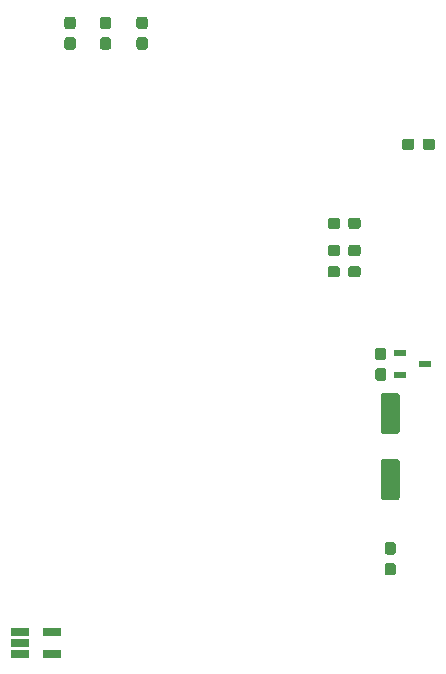
<source format=gbr>
G04 #@! TF.GenerationSoftware,KiCad,Pcbnew,5.1.2-f72e74a~84~ubuntu18.04.1*
G04 #@! TF.CreationDate,2019-07-03T17:08:05+08:00*
G04 #@! TF.ProjectId,cowin-tryout,636f7769-6e2d-4747-9279-6f75742e6b69,rev?*
G04 #@! TF.SameCoordinates,Original*
G04 #@! TF.FileFunction,Paste,Bot*
G04 #@! TF.FilePolarity,Positive*
%FSLAX46Y46*%
G04 Gerber Fmt 4.6, Leading zero omitted, Abs format (unit mm)*
G04 Created by KiCad (PCBNEW 5.1.2-f72e74a~84~ubuntu18.04.1) date 2019-07-03 17:08:05*
%MOMM*%
%LPD*%
G04 APERTURE LIST*
%ADD10C,0.100000*%
%ADD11C,0.950000*%
%ADD12R,1.560000X0.650000*%
%ADD13R,1.000000X0.600000*%
%ADD14C,1.600000*%
G04 APERTURE END LIST*
D10*
G36*
X85160779Y-55851144D02*
G01*
X85183834Y-55854563D01*
X85206443Y-55860227D01*
X85228387Y-55868079D01*
X85249457Y-55878044D01*
X85269448Y-55890026D01*
X85288168Y-55903910D01*
X85305438Y-55919562D01*
X85321090Y-55936832D01*
X85334974Y-55955552D01*
X85346956Y-55975543D01*
X85356921Y-55996613D01*
X85364773Y-56018557D01*
X85370437Y-56041166D01*
X85373856Y-56064221D01*
X85375000Y-56087500D01*
X85375000Y-56662500D01*
X85373856Y-56685779D01*
X85370437Y-56708834D01*
X85364773Y-56731443D01*
X85356921Y-56753387D01*
X85346956Y-56774457D01*
X85334974Y-56794448D01*
X85321090Y-56813168D01*
X85305438Y-56830438D01*
X85288168Y-56846090D01*
X85269448Y-56859974D01*
X85249457Y-56871956D01*
X85228387Y-56881921D01*
X85206443Y-56889773D01*
X85183834Y-56895437D01*
X85160779Y-56898856D01*
X85137500Y-56900000D01*
X84662500Y-56900000D01*
X84639221Y-56898856D01*
X84616166Y-56895437D01*
X84593557Y-56889773D01*
X84571613Y-56881921D01*
X84550543Y-56871956D01*
X84530552Y-56859974D01*
X84511832Y-56846090D01*
X84494562Y-56830438D01*
X84478910Y-56813168D01*
X84465026Y-56794448D01*
X84453044Y-56774457D01*
X84443079Y-56753387D01*
X84435227Y-56731443D01*
X84429563Y-56708834D01*
X84426144Y-56685779D01*
X84425000Y-56662500D01*
X84425000Y-56087500D01*
X84426144Y-56064221D01*
X84429563Y-56041166D01*
X84435227Y-56018557D01*
X84443079Y-55996613D01*
X84453044Y-55975543D01*
X84465026Y-55955552D01*
X84478910Y-55936832D01*
X84494562Y-55919562D01*
X84511832Y-55903910D01*
X84530552Y-55890026D01*
X84550543Y-55878044D01*
X84571613Y-55868079D01*
X84593557Y-55860227D01*
X84616166Y-55854563D01*
X84639221Y-55851144D01*
X84662500Y-55850000D01*
X85137500Y-55850000D01*
X85160779Y-55851144D01*
X85160779Y-55851144D01*
G37*
D11*
X84900000Y-56375000D03*
D10*
G36*
X85160779Y-54101144D02*
G01*
X85183834Y-54104563D01*
X85206443Y-54110227D01*
X85228387Y-54118079D01*
X85249457Y-54128044D01*
X85269448Y-54140026D01*
X85288168Y-54153910D01*
X85305438Y-54169562D01*
X85321090Y-54186832D01*
X85334974Y-54205552D01*
X85346956Y-54225543D01*
X85356921Y-54246613D01*
X85364773Y-54268557D01*
X85370437Y-54291166D01*
X85373856Y-54314221D01*
X85375000Y-54337500D01*
X85375000Y-54912500D01*
X85373856Y-54935779D01*
X85370437Y-54958834D01*
X85364773Y-54981443D01*
X85356921Y-55003387D01*
X85346956Y-55024457D01*
X85334974Y-55044448D01*
X85321090Y-55063168D01*
X85305438Y-55080438D01*
X85288168Y-55096090D01*
X85269448Y-55109974D01*
X85249457Y-55121956D01*
X85228387Y-55131921D01*
X85206443Y-55139773D01*
X85183834Y-55145437D01*
X85160779Y-55148856D01*
X85137500Y-55150000D01*
X84662500Y-55150000D01*
X84639221Y-55148856D01*
X84616166Y-55145437D01*
X84593557Y-55139773D01*
X84571613Y-55131921D01*
X84550543Y-55121956D01*
X84530552Y-55109974D01*
X84511832Y-55096090D01*
X84494562Y-55080438D01*
X84478910Y-55063168D01*
X84465026Y-55044448D01*
X84453044Y-55024457D01*
X84443079Y-55003387D01*
X84435227Y-54981443D01*
X84429563Y-54958834D01*
X84426144Y-54935779D01*
X84425000Y-54912500D01*
X84425000Y-54337500D01*
X84426144Y-54314221D01*
X84429563Y-54291166D01*
X84435227Y-54268557D01*
X84443079Y-54246613D01*
X84453044Y-54225543D01*
X84465026Y-54205552D01*
X84478910Y-54186832D01*
X84494562Y-54169562D01*
X84511832Y-54153910D01*
X84530552Y-54140026D01*
X84550543Y-54128044D01*
X84571613Y-54118079D01*
X84593557Y-54110227D01*
X84616166Y-54104563D01*
X84639221Y-54101144D01*
X84662500Y-54100000D01*
X85137500Y-54100000D01*
X85160779Y-54101144D01*
X85160779Y-54101144D01*
G37*
D11*
X84900000Y-54625000D03*
D10*
G36*
X112260779Y-100351144D02*
G01*
X112283834Y-100354563D01*
X112306443Y-100360227D01*
X112328387Y-100368079D01*
X112349457Y-100378044D01*
X112369448Y-100390026D01*
X112388168Y-100403910D01*
X112405438Y-100419562D01*
X112421090Y-100436832D01*
X112434974Y-100455552D01*
X112446956Y-100475543D01*
X112456921Y-100496613D01*
X112464773Y-100518557D01*
X112470437Y-100541166D01*
X112473856Y-100564221D01*
X112475000Y-100587500D01*
X112475000Y-101162500D01*
X112473856Y-101185779D01*
X112470437Y-101208834D01*
X112464773Y-101231443D01*
X112456921Y-101253387D01*
X112446956Y-101274457D01*
X112434974Y-101294448D01*
X112421090Y-101313168D01*
X112405438Y-101330438D01*
X112388168Y-101346090D01*
X112369448Y-101359974D01*
X112349457Y-101371956D01*
X112328387Y-101381921D01*
X112306443Y-101389773D01*
X112283834Y-101395437D01*
X112260779Y-101398856D01*
X112237500Y-101400000D01*
X111762500Y-101400000D01*
X111739221Y-101398856D01*
X111716166Y-101395437D01*
X111693557Y-101389773D01*
X111671613Y-101381921D01*
X111650543Y-101371956D01*
X111630552Y-101359974D01*
X111611832Y-101346090D01*
X111594562Y-101330438D01*
X111578910Y-101313168D01*
X111565026Y-101294448D01*
X111553044Y-101274457D01*
X111543079Y-101253387D01*
X111535227Y-101231443D01*
X111529563Y-101208834D01*
X111526144Y-101185779D01*
X111525000Y-101162500D01*
X111525000Y-100587500D01*
X111526144Y-100564221D01*
X111529563Y-100541166D01*
X111535227Y-100518557D01*
X111543079Y-100496613D01*
X111553044Y-100475543D01*
X111565026Y-100455552D01*
X111578910Y-100436832D01*
X111594562Y-100419562D01*
X111611832Y-100403910D01*
X111630552Y-100390026D01*
X111650543Y-100378044D01*
X111671613Y-100368079D01*
X111693557Y-100360227D01*
X111716166Y-100354563D01*
X111739221Y-100351144D01*
X111762500Y-100350000D01*
X112237500Y-100350000D01*
X112260779Y-100351144D01*
X112260779Y-100351144D01*
G37*
D11*
X112000000Y-100875000D03*
D10*
G36*
X112260779Y-98601144D02*
G01*
X112283834Y-98604563D01*
X112306443Y-98610227D01*
X112328387Y-98618079D01*
X112349457Y-98628044D01*
X112369448Y-98640026D01*
X112388168Y-98653910D01*
X112405438Y-98669562D01*
X112421090Y-98686832D01*
X112434974Y-98705552D01*
X112446956Y-98725543D01*
X112456921Y-98746613D01*
X112464773Y-98768557D01*
X112470437Y-98791166D01*
X112473856Y-98814221D01*
X112475000Y-98837500D01*
X112475000Y-99412500D01*
X112473856Y-99435779D01*
X112470437Y-99458834D01*
X112464773Y-99481443D01*
X112456921Y-99503387D01*
X112446956Y-99524457D01*
X112434974Y-99544448D01*
X112421090Y-99563168D01*
X112405438Y-99580438D01*
X112388168Y-99596090D01*
X112369448Y-99609974D01*
X112349457Y-99621956D01*
X112328387Y-99631921D01*
X112306443Y-99639773D01*
X112283834Y-99645437D01*
X112260779Y-99648856D01*
X112237500Y-99650000D01*
X111762500Y-99650000D01*
X111739221Y-99648856D01*
X111716166Y-99645437D01*
X111693557Y-99639773D01*
X111671613Y-99631921D01*
X111650543Y-99621956D01*
X111630552Y-99609974D01*
X111611832Y-99596090D01*
X111594562Y-99580438D01*
X111578910Y-99563168D01*
X111565026Y-99544448D01*
X111553044Y-99524457D01*
X111543079Y-99503387D01*
X111535227Y-99481443D01*
X111529563Y-99458834D01*
X111526144Y-99435779D01*
X111525000Y-99412500D01*
X111525000Y-98837500D01*
X111526144Y-98814221D01*
X111529563Y-98791166D01*
X111535227Y-98768557D01*
X111543079Y-98746613D01*
X111553044Y-98725543D01*
X111565026Y-98705552D01*
X111578910Y-98686832D01*
X111594562Y-98669562D01*
X111611832Y-98653910D01*
X111630552Y-98640026D01*
X111650543Y-98628044D01*
X111671613Y-98618079D01*
X111693557Y-98610227D01*
X111716166Y-98604563D01*
X111739221Y-98601144D01*
X111762500Y-98600000D01*
X112237500Y-98600000D01*
X112260779Y-98601144D01*
X112260779Y-98601144D01*
G37*
D11*
X112000000Y-99125000D03*
D10*
G36*
X91260779Y-54101144D02*
G01*
X91283834Y-54104563D01*
X91306443Y-54110227D01*
X91328387Y-54118079D01*
X91349457Y-54128044D01*
X91369448Y-54140026D01*
X91388168Y-54153910D01*
X91405438Y-54169562D01*
X91421090Y-54186832D01*
X91434974Y-54205552D01*
X91446956Y-54225543D01*
X91456921Y-54246613D01*
X91464773Y-54268557D01*
X91470437Y-54291166D01*
X91473856Y-54314221D01*
X91475000Y-54337500D01*
X91475000Y-54912500D01*
X91473856Y-54935779D01*
X91470437Y-54958834D01*
X91464773Y-54981443D01*
X91456921Y-55003387D01*
X91446956Y-55024457D01*
X91434974Y-55044448D01*
X91421090Y-55063168D01*
X91405438Y-55080438D01*
X91388168Y-55096090D01*
X91369448Y-55109974D01*
X91349457Y-55121956D01*
X91328387Y-55131921D01*
X91306443Y-55139773D01*
X91283834Y-55145437D01*
X91260779Y-55148856D01*
X91237500Y-55150000D01*
X90762500Y-55150000D01*
X90739221Y-55148856D01*
X90716166Y-55145437D01*
X90693557Y-55139773D01*
X90671613Y-55131921D01*
X90650543Y-55121956D01*
X90630552Y-55109974D01*
X90611832Y-55096090D01*
X90594562Y-55080438D01*
X90578910Y-55063168D01*
X90565026Y-55044448D01*
X90553044Y-55024457D01*
X90543079Y-55003387D01*
X90535227Y-54981443D01*
X90529563Y-54958834D01*
X90526144Y-54935779D01*
X90525000Y-54912500D01*
X90525000Y-54337500D01*
X90526144Y-54314221D01*
X90529563Y-54291166D01*
X90535227Y-54268557D01*
X90543079Y-54246613D01*
X90553044Y-54225543D01*
X90565026Y-54205552D01*
X90578910Y-54186832D01*
X90594562Y-54169562D01*
X90611832Y-54153910D01*
X90630552Y-54140026D01*
X90650543Y-54128044D01*
X90671613Y-54118079D01*
X90693557Y-54110227D01*
X90716166Y-54104563D01*
X90739221Y-54101144D01*
X90762500Y-54100000D01*
X91237500Y-54100000D01*
X91260779Y-54101144D01*
X91260779Y-54101144D01*
G37*
D11*
X91000000Y-54625000D03*
D10*
G36*
X91260779Y-55851144D02*
G01*
X91283834Y-55854563D01*
X91306443Y-55860227D01*
X91328387Y-55868079D01*
X91349457Y-55878044D01*
X91369448Y-55890026D01*
X91388168Y-55903910D01*
X91405438Y-55919562D01*
X91421090Y-55936832D01*
X91434974Y-55955552D01*
X91446956Y-55975543D01*
X91456921Y-55996613D01*
X91464773Y-56018557D01*
X91470437Y-56041166D01*
X91473856Y-56064221D01*
X91475000Y-56087500D01*
X91475000Y-56662500D01*
X91473856Y-56685779D01*
X91470437Y-56708834D01*
X91464773Y-56731443D01*
X91456921Y-56753387D01*
X91446956Y-56774457D01*
X91434974Y-56794448D01*
X91421090Y-56813168D01*
X91405438Y-56830438D01*
X91388168Y-56846090D01*
X91369448Y-56859974D01*
X91349457Y-56871956D01*
X91328387Y-56881921D01*
X91306443Y-56889773D01*
X91283834Y-56895437D01*
X91260779Y-56898856D01*
X91237500Y-56900000D01*
X90762500Y-56900000D01*
X90739221Y-56898856D01*
X90716166Y-56895437D01*
X90693557Y-56889773D01*
X90671613Y-56881921D01*
X90650543Y-56871956D01*
X90630552Y-56859974D01*
X90611832Y-56846090D01*
X90594562Y-56830438D01*
X90578910Y-56813168D01*
X90565026Y-56794448D01*
X90553044Y-56774457D01*
X90543079Y-56753387D01*
X90535227Y-56731443D01*
X90529563Y-56708834D01*
X90526144Y-56685779D01*
X90525000Y-56662500D01*
X90525000Y-56087500D01*
X90526144Y-56064221D01*
X90529563Y-56041166D01*
X90535227Y-56018557D01*
X90543079Y-55996613D01*
X90553044Y-55975543D01*
X90565026Y-55955552D01*
X90578910Y-55936832D01*
X90594562Y-55919562D01*
X90611832Y-55903910D01*
X90630552Y-55890026D01*
X90650543Y-55878044D01*
X90671613Y-55868079D01*
X90693557Y-55860227D01*
X90716166Y-55854563D01*
X90739221Y-55851144D01*
X90762500Y-55850000D01*
X91237500Y-55850000D01*
X91260779Y-55851144D01*
X91260779Y-55851144D01*
G37*
D11*
X91000000Y-56375000D03*
D10*
G36*
X88160779Y-55851144D02*
G01*
X88183834Y-55854563D01*
X88206443Y-55860227D01*
X88228387Y-55868079D01*
X88249457Y-55878044D01*
X88269448Y-55890026D01*
X88288168Y-55903910D01*
X88305438Y-55919562D01*
X88321090Y-55936832D01*
X88334974Y-55955552D01*
X88346956Y-55975543D01*
X88356921Y-55996613D01*
X88364773Y-56018557D01*
X88370437Y-56041166D01*
X88373856Y-56064221D01*
X88375000Y-56087500D01*
X88375000Y-56662500D01*
X88373856Y-56685779D01*
X88370437Y-56708834D01*
X88364773Y-56731443D01*
X88356921Y-56753387D01*
X88346956Y-56774457D01*
X88334974Y-56794448D01*
X88321090Y-56813168D01*
X88305438Y-56830438D01*
X88288168Y-56846090D01*
X88269448Y-56859974D01*
X88249457Y-56871956D01*
X88228387Y-56881921D01*
X88206443Y-56889773D01*
X88183834Y-56895437D01*
X88160779Y-56898856D01*
X88137500Y-56900000D01*
X87662500Y-56900000D01*
X87639221Y-56898856D01*
X87616166Y-56895437D01*
X87593557Y-56889773D01*
X87571613Y-56881921D01*
X87550543Y-56871956D01*
X87530552Y-56859974D01*
X87511832Y-56846090D01*
X87494562Y-56830438D01*
X87478910Y-56813168D01*
X87465026Y-56794448D01*
X87453044Y-56774457D01*
X87443079Y-56753387D01*
X87435227Y-56731443D01*
X87429563Y-56708834D01*
X87426144Y-56685779D01*
X87425000Y-56662500D01*
X87425000Y-56087500D01*
X87426144Y-56064221D01*
X87429563Y-56041166D01*
X87435227Y-56018557D01*
X87443079Y-55996613D01*
X87453044Y-55975543D01*
X87465026Y-55955552D01*
X87478910Y-55936832D01*
X87494562Y-55919562D01*
X87511832Y-55903910D01*
X87530552Y-55890026D01*
X87550543Y-55878044D01*
X87571613Y-55868079D01*
X87593557Y-55860227D01*
X87616166Y-55854563D01*
X87639221Y-55851144D01*
X87662500Y-55850000D01*
X88137500Y-55850000D01*
X88160779Y-55851144D01*
X88160779Y-55851144D01*
G37*
D11*
X87900000Y-56375000D03*
D10*
G36*
X88160779Y-54101144D02*
G01*
X88183834Y-54104563D01*
X88206443Y-54110227D01*
X88228387Y-54118079D01*
X88249457Y-54128044D01*
X88269448Y-54140026D01*
X88288168Y-54153910D01*
X88305438Y-54169562D01*
X88321090Y-54186832D01*
X88334974Y-54205552D01*
X88346956Y-54225543D01*
X88356921Y-54246613D01*
X88364773Y-54268557D01*
X88370437Y-54291166D01*
X88373856Y-54314221D01*
X88375000Y-54337500D01*
X88375000Y-54912500D01*
X88373856Y-54935779D01*
X88370437Y-54958834D01*
X88364773Y-54981443D01*
X88356921Y-55003387D01*
X88346956Y-55024457D01*
X88334974Y-55044448D01*
X88321090Y-55063168D01*
X88305438Y-55080438D01*
X88288168Y-55096090D01*
X88269448Y-55109974D01*
X88249457Y-55121956D01*
X88228387Y-55131921D01*
X88206443Y-55139773D01*
X88183834Y-55145437D01*
X88160779Y-55148856D01*
X88137500Y-55150000D01*
X87662500Y-55150000D01*
X87639221Y-55148856D01*
X87616166Y-55145437D01*
X87593557Y-55139773D01*
X87571613Y-55131921D01*
X87550543Y-55121956D01*
X87530552Y-55109974D01*
X87511832Y-55096090D01*
X87494562Y-55080438D01*
X87478910Y-55063168D01*
X87465026Y-55044448D01*
X87453044Y-55024457D01*
X87443079Y-55003387D01*
X87435227Y-54981443D01*
X87429563Y-54958834D01*
X87426144Y-54935779D01*
X87425000Y-54912500D01*
X87425000Y-54337500D01*
X87426144Y-54314221D01*
X87429563Y-54291166D01*
X87435227Y-54268557D01*
X87443079Y-54246613D01*
X87453044Y-54225543D01*
X87465026Y-54205552D01*
X87478910Y-54186832D01*
X87494562Y-54169562D01*
X87511832Y-54153910D01*
X87530552Y-54140026D01*
X87550543Y-54128044D01*
X87571613Y-54118079D01*
X87593557Y-54110227D01*
X87616166Y-54104563D01*
X87639221Y-54101144D01*
X87662500Y-54100000D01*
X88137500Y-54100000D01*
X88160779Y-54101144D01*
X88160779Y-54101144D01*
G37*
D11*
X87900000Y-54625000D03*
D12*
X80650000Y-108075000D03*
X80650000Y-107125000D03*
X80650000Y-106175000D03*
X83350000Y-106175000D03*
X83350000Y-108075000D03*
D10*
G36*
X111460779Y-83876144D02*
G01*
X111483834Y-83879563D01*
X111506443Y-83885227D01*
X111528387Y-83893079D01*
X111549457Y-83903044D01*
X111569448Y-83915026D01*
X111588168Y-83928910D01*
X111605438Y-83944562D01*
X111621090Y-83961832D01*
X111634974Y-83980552D01*
X111646956Y-84000543D01*
X111656921Y-84021613D01*
X111664773Y-84043557D01*
X111670437Y-84066166D01*
X111673856Y-84089221D01*
X111675000Y-84112500D01*
X111675000Y-84687500D01*
X111673856Y-84710779D01*
X111670437Y-84733834D01*
X111664773Y-84756443D01*
X111656921Y-84778387D01*
X111646956Y-84799457D01*
X111634974Y-84819448D01*
X111621090Y-84838168D01*
X111605438Y-84855438D01*
X111588168Y-84871090D01*
X111569448Y-84884974D01*
X111549457Y-84896956D01*
X111528387Y-84906921D01*
X111506443Y-84914773D01*
X111483834Y-84920437D01*
X111460779Y-84923856D01*
X111437500Y-84925000D01*
X110962500Y-84925000D01*
X110939221Y-84923856D01*
X110916166Y-84920437D01*
X110893557Y-84914773D01*
X110871613Y-84906921D01*
X110850543Y-84896956D01*
X110830552Y-84884974D01*
X110811832Y-84871090D01*
X110794562Y-84855438D01*
X110778910Y-84838168D01*
X110765026Y-84819448D01*
X110753044Y-84799457D01*
X110743079Y-84778387D01*
X110735227Y-84756443D01*
X110729563Y-84733834D01*
X110726144Y-84710779D01*
X110725000Y-84687500D01*
X110725000Y-84112500D01*
X110726144Y-84089221D01*
X110729563Y-84066166D01*
X110735227Y-84043557D01*
X110743079Y-84021613D01*
X110753044Y-84000543D01*
X110765026Y-83980552D01*
X110778910Y-83961832D01*
X110794562Y-83944562D01*
X110811832Y-83928910D01*
X110830552Y-83915026D01*
X110850543Y-83903044D01*
X110871613Y-83893079D01*
X110893557Y-83885227D01*
X110916166Y-83879563D01*
X110939221Y-83876144D01*
X110962500Y-83875000D01*
X111437500Y-83875000D01*
X111460779Y-83876144D01*
X111460779Y-83876144D01*
G37*
D11*
X111200000Y-84400000D03*
D10*
G36*
X111460779Y-82126144D02*
G01*
X111483834Y-82129563D01*
X111506443Y-82135227D01*
X111528387Y-82143079D01*
X111549457Y-82153044D01*
X111569448Y-82165026D01*
X111588168Y-82178910D01*
X111605438Y-82194562D01*
X111621090Y-82211832D01*
X111634974Y-82230552D01*
X111646956Y-82250543D01*
X111656921Y-82271613D01*
X111664773Y-82293557D01*
X111670437Y-82316166D01*
X111673856Y-82339221D01*
X111675000Y-82362500D01*
X111675000Y-82937500D01*
X111673856Y-82960779D01*
X111670437Y-82983834D01*
X111664773Y-83006443D01*
X111656921Y-83028387D01*
X111646956Y-83049457D01*
X111634974Y-83069448D01*
X111621090Y-83088168D01*
X111605438Y-83105438D01*
X111588168Y-83121090D01*
X111569448Y-83134974D01*
X111549457Y-83146956D01*
X111528387Y-83156921D01*
X111506443Y-83164773D01*
X111483834Y-83170437D01*
X111460779Y-83173856D01*
X111437500Y-83175000D01*
X110962500Y-83175000D01*
X110939221Y-83173856D01*
X110916166Y-83170437D01*
X110893557Y-83164773D01*
X110871613Y-83156921D01*
X110850543Y-83146956D01*
X110830552Y-83134974D01*
X110811832Y-83121090D01*
X110794562Y-83105438D01*
X110778910Y-83088168D01*
X110765026Y-83069448D01*
X110753044Y-83049457D01*
X110743079Y-83028387D01*
X110735227Y-83006443D01*
X110729563Y-82983834D01*
X110726144Y-82960779D01*
X110725000Y-82937500D01*
X110725000Y-82362500D01*
X110726144Y-82339221D01*
X110729563Y-82316166D01*
X110735227Y-82293557D01*
X110743079Y-82271613D01*
X110753044Y-82250543D01*
X110765026Y-82230552D01*
X110778910Y-82211832D01*
X110794562Y-82194562D01*
X110811832Y-82178910D01*
X110830552Y-82165026D01*
X110850543Y-82153044D01*
X110871613Y-82143079D01*
X110893557Y-82135227D01*
X110916166Y-82129563D01*
X110939221Y-82126144D01*
X110962500Y-82125000D01*
X111437500Y-82125000D01*
X111460779Y-82126144D01*
X111460779Y-82126144D01*
G37*
D11*
X111200000Y-82650000D03*
D13*
X112840000Y-84450000D03*
X114960000Y-83500000D03*
X112840000Y-82550000D03*
D10*
G36*
X109285779Y-71126144D02*
G01*
X109308834Y-71129563D01*
X109331443Y-71135227D01*
X109353387Y-71143079D01*
X109374457Y-71153044D01*
X109394448Y-71165026D01*
X109413168Y-71178910D01*
X109430438Y-71194562D01*
X109446090Y-71211832D01*
X109459974Y-71230552D01*
X109471956Y-71250543D01*
X109481921Y-71271613D01*
X109489773Y-71293557D01*
X109495437Y-71316166D01*
X109498856Y-71339221D01*
X109500000Y-71362500D01*
X109500000Y-71837500D01*
X109498856Y-71860779D01*
X109495437Y-71883834D01*
X109489773Y-71906443D01*
X109481921Y-71928387D01*
X109471956Y-71949457D01*
X109459974Y-71969448D01*
X109446090Y-71988168D01*
X109430438Y-72005438D01*
X109413168Y-72021090D01*
X109394448Y-72034974D01*
X109374457Y-72046956D01*
X109353387Y-72056921D01*
X109331443Y-72064773D01*
X109308834Y-72070437D01*
X109285779Y-72073856D01*
X109262500Y-72075000D01*
X108687500Y-72075000D01*
X108664221Y-72073856D01*
X108641166Y-72070437D01*
X108618557Y-72064773D01*
X108596613Y-72056921D01*
X108575543Y-72046956D01*
X108555552Y-72034974D01*
X108536832Y-72021090D01*
X108519562Y-72005438D01*
X108503910Y-71988168D01*
X108490026Y-71969448D01*
X108478044Y-71949457D01*
X108468079Y-71928387D01*
X108460227Y-71906443D01*
X108454563Y-71883834D01*
X108451144Y-71860779D01*
X108450000Y-71837500D01*
X108450000Y-71362500D01*
X108451144Y-71339221D01*
X108454563Y-71316166D01*
X108460227Y-71293557D01*
X108468079Y-71271613D01*
X108478044Y-71250543D01*
X108490026Y-71230552D01*
X108503910Y-71211832D01*
X108519562Y-71194562D01*
X108536832Y-71178910D01*
X108555552Y-71165026D01*
X108575543Y-71153044D01*
X108596613Y-71143079D01*
X108618557Y-71135227D01*
X108641166Y-71129563D01*
X108664221Y-71126144D01*
X108687500Y-71125000D01*
X109262500Y-71125000D01*
X109285779Y-71126144D01*
X109285779Y-71126144D01*
G37*
D11*
X108975000Y-71600000D03*
D10*
G36*
X107535779Y-71126144D02*
G01*
X107558834Y-71129563D01*
X107581443Y-71135227D01*
X107603387Y-71143079D01*
X107624457Y-71153044D01*
X107644448Y-71165026D01*
X107663168Y-71178910D01*
X107680438Y-71194562D01*
X107696090Y-71211832D01*
X107709974Y-71230552D01*
X107721956Y-71250543D01*
X107731921Y-71271613D01*
X107739773Y-71293557D01*
X107745437Y-71316166D01*
X107748856Y-71339221D01*
X107750000Y-71362500D01*
X107750000Y-71837500D01*
X107748856Y-71860779D01*
X107745437Y-71883834D01*
X107739773Y-71906443D01*
X107731921Y-71928387D01*
X107721956Y-71949457D01*
X107709974Y-71969448D01*
X107696090Y-71988168D01*
X107680438Y-72005438D01*
X107663168Y-72021090D01*
X107644448Y-72034974D01*
X107624457Y-72046956D01*
X107603387Y-72056921D01*
X107581443Y-72064773D01*
X107558834Y-72070437D01*
X107535779Y-72073856D01*
X107512500Y-72075000D01*
X106937500Y-72075000D01*
X106914221Y-72073856D01*
X106891166Y-72070437D01*
X106868557Y-72064773D01*
X106846613Y-72056921D01*
X106825543Y-72046956D01*
X106805552Y-72034974D01*
X106786832Y-72021090D01*
X106769562Y-72005438D01*
X106753910Y-71988168D01*
X106740026Y-71969448D01*
X106728044Y-71949457D01*
X106718079Y-71928387D01*
X106710227Y-71906443D01*
X106704563Y-71883834D01*
X106701144Y-71860779D01*
X106700000Y-71837500D01*
X106700000Y-71362500D01*
X106701144Y-71339221D01*
X106704563Y-71316166D01*
X106710227Y-71293557D01*
X106718079Y-71271613D01*
X106728044Y-71250543D01*
X106740026Y-71230552D01*
X106753910Y-71211832D01*
X106769562Y-71194562D01*
X106786832Y-71178910D01*
X106805552Y-71165026D01*
X106825543Y-71153044D01*
X106846613Y-71143079D01*
X106868557Y-71135227D01*
X106891166Y-71129563D01*
X106914221Y-71126144D01*
X106937500Y-71125000D01*
X107512500Y-71125000D01*
X107535779Y-71126144D01*
X107535779Y-71126144D01*
G37*
D11*
X107225000Y-71600000D03*
D10*
G36*
X109285779Y-73426144D02*
G01*
X109308834Y-73429563D01*
X109331443Y-73435227D01*
X109353387Y-73443079D01*
X109374457Y-73453044D01*
X109394448Y-73465026D01*
X109413168Y-73478910D01*
X109430438Y-73494562D01*
X109446090Y-73511832D01*
X109459974Y-73530552D01*
X109471956Y-73550543D01*
X109481921Y-73571613D01*
X109489773Y-73593557D01*
X109495437Y-73616166D01*
X109498856Y-73639221D01*
X109500000Y-73662500D01*
X109500000Y-74137500D01*
X109498856Y-74160779D01*
X109495437Y-74183834D01*
X109489773Y-74206443D01*
X109481921Y-74228387D01*
X109471956Y-74249457D01*
X109459974Y-74269448D01*
X109446090Y-74288168D01*
X109430438Y-74305438D01*
X109413168Y-74321090D01*
X109394448Y-74334974D01*
X109374457Y-74346956D01*
X109353387Y-74356921D01*
X109331443Y-74364773D01*
X109308834Y-74370437D01*
X109285779Y-74373856D01*
X109262500Y-74375000D01*
X108687500Y-74375000D01*
X108664221Y-74373856D01*
X108641166Y-74370437D01*
X108618557Y-74364773D01*
X108596613Y-74356921D01*
X108575543Y-74346956D01*
X108555552Y-74334974D01*
X108536832Y-74321090D01*
X108519562Y-74305438D01*
X108503910Y-74288168D01*
X108490026Y-74269448D01*
X108478044Y-74249457D01*
X108468079Y-74228387D01*
X108460227Y-74206443D01*
X108454563Y-74183834D01*
X108451144Y-74160779D01*
X108450000Y-74137500D01*
X108450000Y-73662500D01*
X108451144Y-73639221D01*
X108454563Y-73616166D01*
X108460227Y-73593557D01*
X108468079Y-73571613D01*
X108478044Y-73550543D01*
X108490026Y-73530552D01*
X108503910Y-73511832D01*
X108519562Y-73494562D01*
X108536832Y-73478910D01*
X108555552Y-73465026D01*
X108575543Y-73453044D01*
X108596613Y-73443079D01*
X108618557Y-73435227D01*
X108641166Y-73429563D01*
X108664221Y-73426144D01*
X108687500Y-73425000D01*
X109262500Y-73425000D01*
X109285779Y-73426144D01*
X109285779Y-73426144D01*
G37*
D11*
X108975000Y-73900000D03*
D10*
G36*
X107535779Y-73426144D02*
G01*
X107558834Y-73429563D01*
X107581443Y-73435227D01*
X107603387Y-73443079D01*
X107624457Y-73453044D01*
X107644448Y-73465026D01*
X107663168Y-73478910D01*
X107680438Y-73494562D01*
X107696090Y-73511832D01*
X107709974Y-73530552D01*
X107721956Y-73550543D01*
X107731921Y-73571613D01*
X107739773Y-73593557D01*
X107745437Y-73616166D01*
X107748856Y-73639221D01*
X107750000Y-73662500D01*
X107750000Y-74137500D01*
X107748856Y-74160779D01*
X107745437Y-74183834D01*
X107739773Y-74206443D01*
X107731921Y-74228387D01*
X107721956Y-74249457D01*
X107709974Y-74269448D01*
X107696090Y-74288168D01*
X107680438Y-74305438D01*
X107663168Y-74321090D01*
X107644448Y-74334974D01*
X107624457Y-74346956D01*
X107603387Y-74356921D01*
X107581443Y-74364773D01*
X107558834Y-74370437D01*
X107535779Y-74373856D01*
X107512500Y-74375000D01*
X106937500Y-74375000D01*
X106914221Y-74373856D01*
X106891166Y-74370437D01*
X106868557Y-74364773D01*
X106846613Y-74356921D01*
X106825543Y-74346956D01*
X106805552Y-74334974D01*
X106786832Y-74321090D01*
X106769562Y-74305438D01*
X106753910Y-74288168D01*
X106740026Y-74269448D01*
X106728044Y-74249457D01*
X106718079Y-74228387D01*
X106710227Y-74206443D01*
X106704563Y-74183834D01*
X106701144Y-74160779D01*
X106700000Y-74137500D01*
X106700000Y-73662500D01*
X106701144Y-73639221D01*
X106704563Y-73616166D01*
X106710227Y-73593557D01*
X106718079Y-73571613D01*
X106728044Y-73550543D01*
X106740026Y-73530552D01*
X106753910Y-73511832D01*
X106769562Y-73494562D01*
X106786832Y-73478910D01*
X106805552Y-73465026D01*
X106825543Y-73453044D01*
X106846613Y-73443079D01*
X106868557Y-73435227D01*
X106891166Y-73429563D01*
X106914221Y-73426144D01*
X106937500Y-73425000D01*
X107512500Y-73425000D01*
X107535779Y-73426144D01*
X107535779Y-73426144D01*
G37*
D11*
X107225000Y-73900000D03*
D10*
G36*
X109285779Y-75226144D02*
G01*
X109308834Y-75229563D01*
X109331443Y-75235227D01*
X109353387Y-75243079D01*
X109374457Y-75253044D01*
X109394448Y-75265026D01*
X109413168Y-75278910D01*
X109430438Y-75294562D01*
X109446090Y-75311832D01*
X109459974Y-75330552D01*
X109471956Y-75350543D01*
X109481921Y-75371613D01*
X109489773Y-75393557D01*
X109495437Y-75416166D01*
X109498856Y-75439221D01*
X109500000Y-75462500D01*
X109500000Y-75937500D01*
X109498856Y-75960779D01*
X109495437Y-75983834D01*
X109489773Y-76006443D01*
X109481921Y-76028387D01*
X109471956Y-76049457D01*
X109459974Y-76069448D01*
X109446090Y-76088168D01*
X109430438Y-76105438D01*
X109413168Y-76121090D01*
X109394448Y-76134974D01*
X109374457Y-76146956D01*
X109353387Y-76156921D01*
X109331443Y-76164773D01*
X109308834Y-76170437D01*
X109285779Y-76173856D01*
X109262500Y-76175000D01*
X108687500Y-76175000D01*
X108664221Y-76173856D01*
X108641166Y-76170437D01*
X108618557Y-76164773D01*
X108596613Y-76156921D01*
X108575543Y-76146956D01*
X108555552Y-76134974D01*
X108536832Y-76121090D01*
X108519562Y-76105438D01*
X108503910Y-76088168D01*
X108490026Y-76069448D01*
X108478044Y-76049457D01*
X108468079Y-76028387D01*
X108460227Y-76006443D01*
X108454563Y-75983834D01*
X108451144Y-75960779D01*
X108450000Y-75937500D01*
X108450000Y-75462500D01*
X108451144Y-75439221D01*
X108454563Y-75416166D01*
X108460227Y-75393557D01*
X108468079Y-75371613D01*
X108478044Y-75350543D01*
X108490026Y-75330552D01*
X108503910Y-75311832D01*
X108519562Y-75294562D01*
X108536832Y-75278910D01*
X108555552Y-75265026D01*
X108575543Y-75253044D01*
X108596613Y-75243079D01*
X108618557Y-75235227D01*
X108641166Y-75229563D01*
X108664221Y-75226144D01*
X108687500Y-75225000D01*
X109262500Y-75225000D01*
X109285779Y-75226144D01*
X109285779Y-75226144D01*
G37*
D11*
X108975000Y-75700000D03*
D10*
G36*
X107535779Y-75226144D02*
G01*
X107558834Y-75229563D01*
X107581443Y-75235227D01*
X107603387Y-75243079D01*
X107624457Y-75253044D01*
X107644448Y-75265026D01*
X107663168Y-75278910D01*
X107680438Y-75294562D01*
X107696090Y-75311832D01*
X107709974Y-75330552D01*
X107721956Y-75350543D01*
X107731921Y-75371613D01*
X107739773Y-75393557D01*
X107745437Y-75416166D01*
X107748856Y-75439221D01*
X107750000Y-75462500D01*
X107750000Y-75937500D01*
X107748856Y-75960779D01*
X107745437Y-75983834D01*
X107739773Y-76006443D01*
X107731921Y-76028387D01*
X107721956Y-76049457D01*
X107709974Y-76069448D01*
X107696090Y-76088168D01*
X107680438Y-76105438D01*
X107663168Y-76121090D01*
X107644448Y-76134974D01*
X107624457Y-76146956D01*
X107603387Y-76156921D01*
X107581443Y-76164773D01*
X107558834Y-76170437D01*
X107535779Y-76173856D01*
X107512500Y-76175000D01*
X106937500Y-76175000D01*
X106914221Y-76173856D01*
X106891166Y-76170437D01*
X106868557Y-76164773D01*
X106846613Y-76156921D01*
X106825543Y-76146956D01*
X106805552Y-76134974D01*
X106786832Y-76121090D01*
X106769562Y-76105438D01*
X106753910Y-76088168D01*
X106740026Y-76069448D01*
X106728044Y-76049457D01*
X106718079Y-76028387D01*
X106710227Y-76006443D01*
X106704563Y-75983834D01*
X106701144Y-75960779D01*
X106700000Y-75937500D01*
X106700000Y-75462500D01*
X106701144Y-75439221D01*
X106704563Y-75416166D01*
X106710227Y-75393557D01*
X106718079Y-75371613D01*
X106728044Y-75350543D01*
X106740026Y-75330552D01*
X106753910Y-75311832D01*
X106769562Y-75294562D01*
X106786832Y-75278910D01*
X106805552Y-75265026D01*
X106825543Y-75253044D01*
X106846613Y-75243079D01*
X106868557Y-75235227D01*
X106891166Y-75229563D01*
X106914221Y-75226144D01*
X106937500Y-75225000D01*
X107512500Y-75225000D01*
X107535779Y-75226144D01*
X107535779Y-75226144D01*
G37*
D11*
X107225000Y-75700000D03*
D10*
G36*
X113835779Y-64426144D02*
G01*
X113858834Y-64429563D01*
X113881443Y-64435227D01*
X113903387Y-64443079D01*
X113924457Y-64453044D01*
X113944448Y-64465026D01*
X113963168Y-64478910D01*
X113980438Y-64494562D01*
X113996090Y-64511832D01*
X114009974Y-64530552D01*
X114021956Y-64550543D01*
X114031921Y-64571613D01*
X114039773Y-64593557D01*
X114045437Y-64616166D01*
X114048856Y-64639221D01*
X114050000Y-64662500D01*
X114050000Y-65137500D01*
X114048856Y-65160779D01*
X114045437Y-65183834D01*
X114039773Y-65206443D01*
X114031921Y-65228387D01*
X114021956Y-65249457D01*
X114009974Y-65269448D01*
X113996090Y-65288168D01*
X113980438Y-65305438D01*
X113963168Y-65321090D01*
X113944448Y-65334974D01*
X113924457Y-65346956D01*
X113903387Y-65356921D01*
X113881443Y-65364773D01*
X113858834Y-65370437D01*
X113835779Y-65373856D01*
X113812500Y-65375000D01*
X113237500Y-65375000D01*
X113214221Y-65373856D01*
X113191166Y-65370437D01*
X113168557Y-65364773D01*
X113146613Y-65356921D01*
X113125543Y-65346956D01*
X113105552Y-65334974D01*
X113086832Y-65321090D01*
X113069562Y-65305438D01*
X113053910Y-65288168D01*
X113040026Y-65269448D01*
X113028044Y-65249457D01*
X113018079Y-65228387D01*
X113010227Y-65206443D01*
X113004563Y-65183834D01*
X113001144Y-65160779D01*
X113000000Y-65137500D01*
X113000000Y-64662500D01*
X113001144Y-64639221D01*
X113004563Y-64616166D01*
X113010227Y-64593557D01*
X113018079Y-64571613D01*
X113028044Y-64550543D01*
X113040026Y-64530552D01*
X113053910Y-64511832D01*
X113069562Y-64494562D01*
X113086832Y-64478910D01*
X113105552Y-64465026D01*
X113125543Y-64453044D01*
X113146613Y-64443079D01*
X113168557Y-64435227D01*
X113191166Y-64429563D01*
X113214221Y-64426144D01*
X113237500Y-64425000D01*
X113812500Y-64425000D01*
X113835779Y-64426144D01*
X113835779Y-64426144D01*
G37*
D11*
X113525000Y-64900000D03*
D10*
G36*
X115585779Y-64426144D02*
G01*
X115608834Y-64429563D01*
X115631443Y-64435227D01*
X115653387Y-64443079D01*
X115674457Y-64453044D01*
X115694448Y-64465026D01*
X115713168Y-64478910D01*
X115730438Y-64494562D01*
X115746090Y-64511832D01*
X115759974Y-64530552D01*
X115771956Y-64550543D01*
X115781921Y-64571613D01*
X115789773Y-64593557D01*
X115795437Y-64616166D01*
X115798856Y-64639221D01*
X115800000Y-64662500D01*
X115800000Y-65137500D01*
X115798856Y-65160779D01*
X115795437Y-65183834D01*
X115789773Y-65206443D01*
X115781921Y-65228387D01*
X115771956Y-65249457D01*
X115759974Y-65269448D01*
X115746090Y-65288168D01*
X115730438Y-65305438D01*
X115713168Y-65321090D01*
X115694448Y-65334974D01*
X115674457Y-65346956D01*
X115653387Y-65356921D01*
X115631443Y-65364773D01*
X115608834Y-65370437D01*
X115585779Y-65373856D01*
X115562500Y-65375000D01*
X114987500Y-65375000D01*
X114964221Y-65373856D01*
X114941166Y-65370437D01*
X114918557Y-65364773D01*
X114896613Y-65356921D01*
X114875543Y-65346956D01*
X114855552Y-65334974D01*
X114836832Y-65321090D01*
X114819562Y-65305438D01*
X114803910Y-65288168D01*
X114790026Y-65269448D01*
X114778044Y-65249457D01*
X114768079Y-65228387D01*
X114760227Y-65206443D01*
X114754563Y-65183834D01*
X114751144Y-65160779D01*
X114750000Y-65137500D01*
X114750000Y-64662500D01*
X114751144Y-64639221D01*
X114754563Y-64616166D01*
X114760227Y-64593557D01*
X114768079Y-64571613D01*
X114778044Y-64550543D01*
X114790026Y-64530552D01*
X114803910Y-64511832D01*
X114819562Y-64494562D01*
X114836832Y-64478910D01*
X114855552Y-64465026D01*
X114875543Y-64453044D01*
X114896613Y-64443079D01*
X114918557Y-64435227D01*
X114941166Y-64429563D01*
X114964221Y-64426144D01*
X114987500Y-64425000D01*
X115562500Y-64425000D01*
X115585779Y-64426144D01*
X115585779Y-64426144D01*
G37*
D11*
X115275000Y-64900000D03*
D10*
G36*
X112574504Y-91551204D02*
G01*
X112598773Y-91554804D01*
X112622571Y-91560765D01*
X112645671Y-91569030D01*
X112667849Y-91579520D01*
X112688893Y-91592133D01*
X112708598Y-91606747D01*
X112726777Y-91623223D01*
X112743253Y-91641402D01*
X112757867Y-91661107D01*
X112770480Y-91682151D01*
X112780970Y-91704329D01*
X112789235Y-91727429D01*
X112795196Y-91751227D01*
X112798796Y-91775496D01*
X112800000Y-91800000D01*
X112800000Y-94800000D01*
X112798796Y-94824504D01*
X112795196Y-94848773D01*
X112789235Y-94872571D01*
X112780970Y-94895671D01*
X112770480Y-94917849D01*
X112757867Y-94938893D01*
X112743253Y-94958598D01*
X112726777Y-94976777D01*
X112708598Y-94993253D01*
X112688893Y-95007867D01*
X112667849Y-95020480D01*
X112645671Y-95030970D01*
X112622571Y-95039235D01*
X112598773Y-95045196D01*
X112574504Y-95048796D01*
X112550000Y-95050000D01*
X111450000Y-95050000D01*
X111425496Y-95048796D01*
X111401227Y-95045196D01*
X111377429Y-95039235D01*
X111354329Y-95030970D01*
X111332151Y-95020480D01*
X111311107Y-95007867D01*
X111291402Y-94993253D01*
X111273223Y-94976777D01*
X111256747Y-94958598D01*
X111242133Y-94938893D01*
X111229520Y-94917849D01*
X111219030Y-94895671D01*
X111210765Y-94872571D01*
X111204804Y-94848773D01*
X111201204Y-94824504D01*
X111200000Y-94800000D01*
X111200000Y-91800000D01*
X111201204Y-91775496D01*
X111204804Y-91751227D01*
X111210765Y-91727429D01*
X111219030Y-91704329D01*
X111229520Y-91682151D01*
X111242133Y-91661107D01*
X111256747Y-91641402D01*
X111273223Y-91623223D01*
X111291402Y-91606747D01*
X111311107Y-91592133D01*
X111332151Y-91579520D01*
X111354329Y-91569030D01*
X111377429Y-91560765D01*
X111401227Y-91554804D01*
X111425496Y-91551204D01*
X111450000Y-91550000D01*
X112550000Y-91550000D01*
X112574504Y-91551204D01*
X112574504Y-91551204D01*
G37*
D14*
X112000000Y-93300000D03*
D10*
G36*
X112574504Y-85951204D02*
G01*
X112598773Y-85954804D01*
X112622571Y-85960765D01*
X112645671Y-85969030D01*
X112667849Y-85979520D01*
X112688893Y-85992133D01*
X112708598Y-86006747D01*
X112726777Y-86023223D01*
X112743253Y-86041402D01*
X112757867Y-86061107D01*
X112770480Y-86082151D01*
X112780970Y-86104329D01*
X112789235Y-86127429D01*
X112795196Y-86151227D01*
X112798796Y-86175496D01*
X112800000Y-86200000D01*
X112800000Y-89200000D01*
X112798796Y-89224504D01*
X112795196Y-89248773D01*
X112789235Y-89272571D01*
X112780970Y-89295671D01*
X112770480Y-89317849D01*
X112757867Y-89338893D01*
X112743253Y-89358598D01*
X112726777Y-89376777D01*
X112708598Y-89393253D01*
X112688893Y-89407867D01*
X112667849Y-89420480D01*
X112645671Y-89430970D01*
X112622571Y-89439235D01*
X112598773Y-89445196D01*
X112574504Y-89448796D01*
X112550000Y-89450000D01*
X111450000Y-89450000D01*
X111425496Y-89448796D01*
X111401227Y-89445196D01*
X111377429Y-89439235D01*
X111354329Y-89430970D01*
X111332151Y-89420480D01*
X111311107Y-89407867D01*
X111291402Y-89393253D01*
X111273223Y-89376777D01*
X111256747Y-89358598D01*
X111242133Y-89338893D01*
X111229520Y-89317849D01*
X111219030Y-89295671D01*
X111210765Y-89272571D01*
X111204804Y-89248773D01*
X111201204Y-89224504D01*
X111200000Y-89200000D01*
X111200000Y-86200000D01*
X111201204Y-86175496D01*
X111204804Y-86151227D01*
X111210765Y-86127429D01*
X111219030Y-86104329D01*
X111229520Y-86082151D01*
X111242133Y-86061107D01*
X111256747Y-86041402D01*
X111273223Y-86023223D01*
X111291402Y-86006747D01*
X111311107Y-85992133D01*
X111332151Y-85979520D01*
X111354329Y-85969030D01*
X111377429Y-85960765D01*
X111401227Y-85954804D01*
X111425496Y-85951204D01*
X111450000Y-85950000D01*
X112550000Y-85950000D01*
X112574504Y-85951204D01*
X112574504Y-85951204D01*
G37*
D14*
X112000000Y-87700000D03*
M02*

</source>
